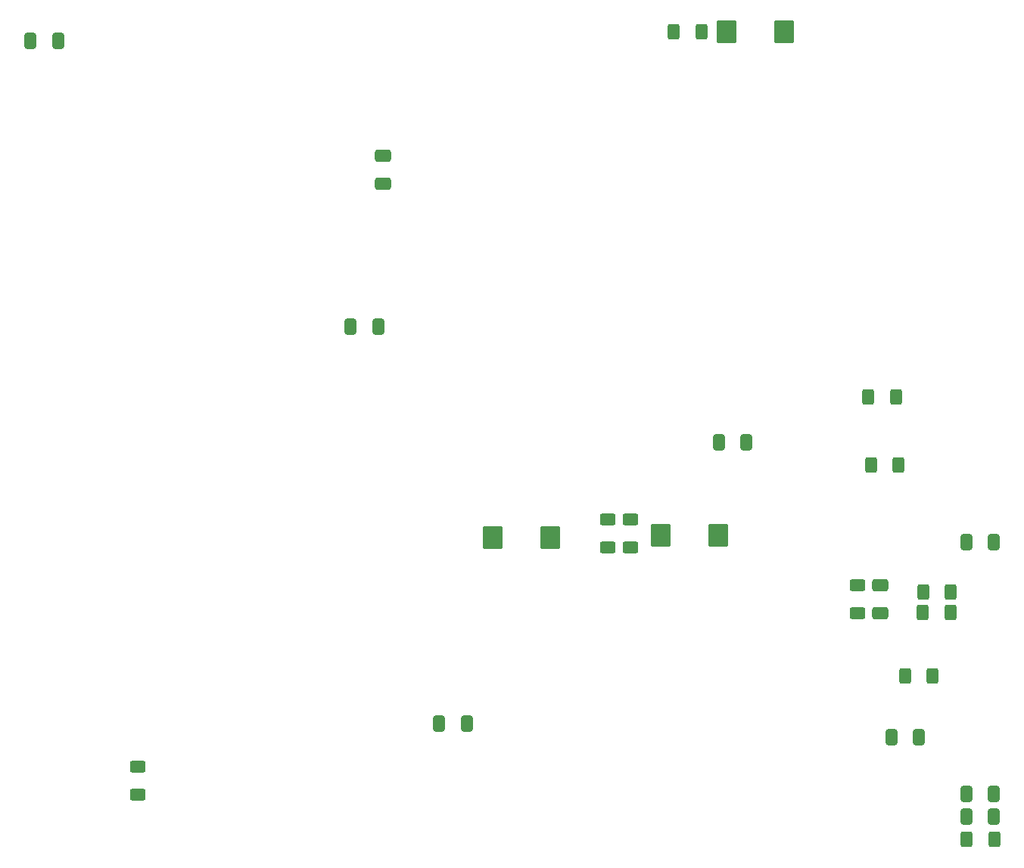
<source format=gbr>
G04 #@! TF.GenerationSoftware,KiCad,Pcbnew,9.0.4-9.0.4-0~ubuntu22.04.1*
G04 #@! TF.CreationDate,2025-09-09T14:14:26+02:00*
G04 #@! TF.ProjectId,Exorset_Floppy,45786f72-7365-4745-9f46-6c6f7070792e,rev?*
G04 #@! TF.SameCoordinates,Original*
G04 #@! TF.FileFunction,Paste,Bot*
G04 #@! TF.FilePolarity,Positive*
%FSLAX46Y46*%
G04 Gerber Fmt 4.6, Leading zero omitted, Abs format (unit mm)*
G04 Created by KiCad (PCBNEW 9.0.4-9.0.4-0~ubuntu22.04.1) date 2025-09-09 14:14:26*
%MOMM*%
%LPD*%
G01*
G04 APERTURE LIST*
G04 Aperture macros list*
%AMRoundRect*
0 Rectangle with rounded corners*
0 $1 Rounding radius*
0 $2 $3 $4 $5 $6 $7 $8 $9 X,Y pos of 4 corners*
0 Add a 4 corners polygon primitive as box body*
4,1,4,$2,$3,$4,$5,$6,$7,$8,$9,$2,$3,0*
0 Add four circle primitives for the rounded corners*
1,1,$1+$1,$2,$3*
1,1,$1+$1,$4,$5*
1,1,$1+$1,$6,$7*
1,1,$1+$1,$8,$9*
0 Add four rect primitives between the rounded corners*
20,1,$1+$1,$2,$3,$4,$5,0*
20,1,$1+$1,$4,$5,$6,$7,0*
20,1,$1+$1,$6,$7,$8,$9,0*
20,1,$1+$1,$8,$9,$2,$3,0*%
G04 Aperture macros list end*
%ADD10RoundRect,0.250000X0.650000X-0.412500X0.650000X0.412500X-0.650000X0.412500X-0.650000X-0.412500X0*%
%ADD11RoundRect,0.250000X-0.625000X0.400000X-0.625000X-0.400000X0.625000X-0.400000X0.625000X0.400000X0*%
%ADD12RoundRect,0.250001X-0.872499X-1.044999X0.872499X-1.044999X0.872499X1.044999X-0.872499X1.044999X0*%
%ADD13RoundRect,0.250000X0.400000X0.625000X-0.400000X0.625000X-0.400000X-0.625000X0.400000X-0.625000X0*%
%ADD14RoundRect,0.250000X-0.412500X-0.650000X0.412500X-0.650000X0.412500X0.650000X-0.412500X0.650000X0*%
%ADD15RoundRect,0.250000X-0.650000X0.412500X-0.650000X-0.412500X0.650000X-0.412500X0.650000X0.412500X0*%
%ADD16RoundRect,0.250000X-0.400000X-0.625000X0.400000X-0.625000X0.400000X0.625000X-0.400000X0.625000X0*%
%ADD17RoundRect,0.250001X0.872499X1.044999X-0.872499X1.044999X-0.872499X-1.044999X0.872499X-1.044999X0*%
%ADD18RoundRect,0.250000X0.412500X0.650000X-0.412500X0.650000X-0.412500X-0.650000X0.412500X-0.650000X0*%
G04 APERTURE END LIST*
D10*
X162814000Y-121704500D03*
X162814000Y-118579500D03*
D11*
X160274000Y-118592000D03*
X160274000Y-121692000D03*
X134874000Y-111226000D03*
X134874000Y-114326000D03*
D12*
X138270500Y-113030000D03*
X144685500Y-113030000D03*
D11*
X79756000Y-138912000D03*
X79756000Y-142012000D03*
D13*
X168682000Y-128778000D03*
X165582000Y-128778000D03*
D14*
X164045500Y-135636000D03*
X167170500Y-135636000D03*
X113461000Y-134112000D03*
X116586000Y-134112000D03*
D13*
X170714000Y-119380000D03*
X167614000Y-119380000D03*
D15*
X107188000Y-70535000D03*
X107188000Y-73660000D03*
D14*
X144741500Y-102616000D03*
X147866500Y-102616000D03*
D16*
X161772000Y-105156000D03*
X164872000Y-105156000D03*
D13*
X170688000Y-121666000D03*
X167588000Y-121666000D03*
D14*
X172427500Y-144526000D03*
X175552500Y-144526000D03*
D13*
X142800000Y-56642000D03*
X139700000Y-56642000D03*
D14*
X103555000Y-89662000D03*
X106680000Y-89662000D03*
D12*
X145636500Y-56642000D03*
X152051500Y-56642000D03*
D13*
X164592000Y-97536000D03*
X161492000Y-97536000D03*
D17*
X125889500Y-113284000D03*
X119474500Y-113284000D03*
D14*
X172427500Y-141986000D03*
X175552500Y-141986000D03*
D11*
X132334000Y-111226000D03*
X132334000Y-114326000D03*
D13*
X175566000Y-147066000D03*
X172466000Y-147066000D03*
D14*
X67741000Y-57658000D03*
X70866000Y-57658000D03*
D18*
X175552500Y-113792000D03*
X172427500Y-113792000D03*
M02*

</source>
